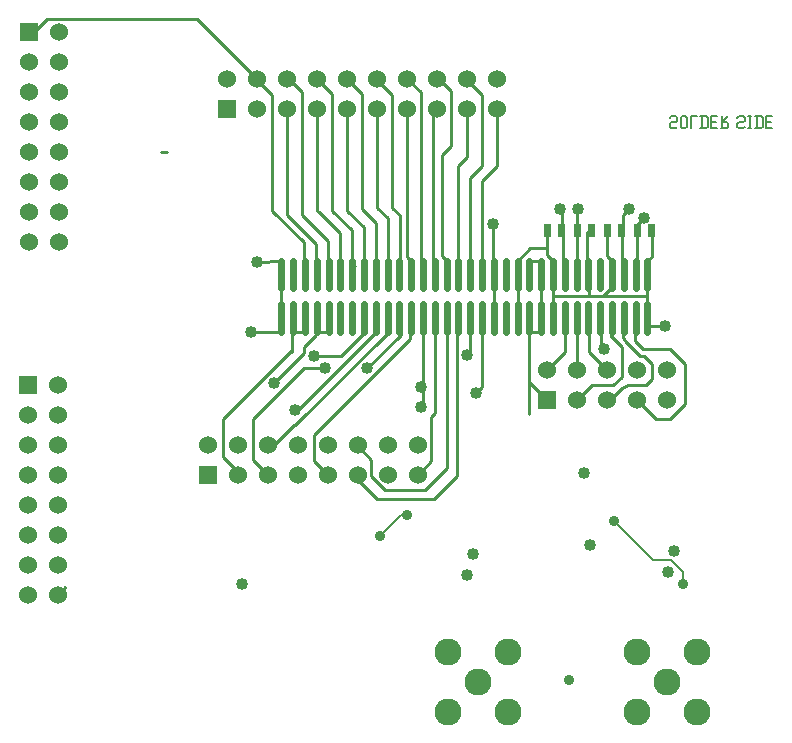
<source format=gbr>
G04 Title: RX Daughterboard, layergroup #1 *
G04 Creator: pcb-bin 1.99q *
G04 CreationDate: Thu Mar  2 20:16:18 2006 UTC *
G04 For: matt *
G04 Format: Gerber/RS-274X *
G04 PCB-Dimensions: 275000 250000 *
G04 PCB-Coordinate-Origin: lower left *
%MOIN*%
%FSLAX24Y24*%
G04 contains layers solder (0) *
%IPPOS*%
%ADD11C,0.0080*%
%ADD12C,0.0280*%
%ADD13C,0.0100*%
%ADD14C,0.0300*%
%ADD15R,0.0240X0.0240*%
%ADD16R,0.0440X0.0440*%
%ADD17R,0.0300X0.0300*%
%ADD18C,0.0060*%
%ADD19R,0.0200X0.0200*%
%ADD20R,0.0540X0.0540*%
%ADD21C,0.0200*%
%ADD22C,0.0500*%
%ADD23R,0.0500X0.0500*%
%ADD24R,0.0600X0.0600*%
%ADD25R,0.0660X0.0660*%
%ADD26R,0.0900X0.0900X0.0600X0.0600*%
%ADD27R,0.0900X0.0900*%
%ADD28C,0.0600*%
%ADD29C,0.0660*%
%AMTHERM1*7,0,0,0.0900,0.0600,0.0100,45*%
%ADD30THERM1*%
%ADD31C,0.0900X0.0600*%
%ADD32C,0.0900*%
%ADD33C,0.1200X0.0900*%
%ADD34C,0.1200*%
%ADD35C,0.0150*%
%AMTHERM2*7,0,0,0.1200,0.0900,0.0150,45*%
%ADD36THERM2*%
%ADD37C,0.0720*%
%ADD38C,0.0920X0.0720*%
%ADD39C,0.0920*%
%ADD40C,0.0240*%
%ADD41C,0.0340*%
%ADD42C,0.1320*%
%ADD43C,0.1100*%
%ADD44C,0.1520*%
%ADD45C,0.1520X0.1320*%
%ADD46C,0.0400*%
%ADD47C,0.0600X0.0400*%
%AMTHERM3*7,0,0,0.0600,0.0400,0.0100,45*%
%ADD48THERM3*%
%ADD49C,0.0360*%
%ADD50C,0.0560*%
%ADD51C,0.0560X0.0360*%
%AMTHERM4*7,0,0,0.0560,0.0360,0.0080,45*%
%ADD52THERM4*%
%LNGROUP_0*%
%LPD*%
G01X0Y0D02*
G54D11*X13500Y7400D02*X13700D01*
X12800Y6700D02*X13500Y7400D01*
G54D13*X17792Y16300D02*X18300D01*
X17373Y15881D02*X17792Y16300D01*
X17400Y13545D02*Y15100D01*
X17373Y13518D02*X17400Y13545D01*
G54D11*X20600Y7200D02*X21900Y5900D01*
G54D13*X21300Y17000D02*Y16900D01*
X21600Y17300D02*X21300Y17000D01*
X20900Y17400D02*Y16900D01*
X21100Y17600D02*X20900Y17400D01*
X18840Y17560D02*Y16900D01*
X18800Y17600D02*X18840Y17560D01*
X19360Y15899D02*Y17560D01*
X21840Y16017D02*Y16900D01*
X21704Y15881D02*X21840Y16017D01*
X21360Y15930D02*Y16900D01*
X21310Y15881D02*X21360Y15930D01*
X20840Y15957D02*Y16900D01*
X20916Y15881D02*X20840Y15957D01*
X19700Y16850D02*Y15700D01*
X19840Y16990D02*X19700Y16850D01*
X20360Y16044D02*Y16900D01*
X20522Y15881D02*X20360Y16044D01*
X19400Y17600D02*X19360Y17560D01*
X19341Y15881D02*X19360Y15899D01*
X18900Y15929D02*Y16800D01*
X18948Y15881D02*X18900Y15929D01*
X18360Y16075D02*Y16900D01*
X18554Y15881D02*X18360Y16075D01*
X18160Y15881D02*Y13518D01*
X17767D02*X18149D01*
X17767Y15881D02*X18160D01*
X12500Y9250D02*X12050Y9700D01*
X12500Y8705D02*Y9250D01*
X12955Y8250D02*X12500Y8705D01*
X14300Y8250D02*X12955D01*
X15011Y8961D02*X14300Y8250D01*
X15011Y13518D02*X15011Y8961D01*
X12000Y8650D02*Y8700D01*
X12700Y7950D02*X12000Y8650D01*
X14600Y7950D02*X12700D01*
X15350Y8700D02*X14600Y7950D01*
X15349Y13463D02*X15350Y8700D01*
X15404Y13518D02*X15350Y13444D01*
X13499Y13418D02*X13500Y13600D01*
X12350Y12300D02*X13499Y13418D01*
X10250Y12300D02*X10850D01*
X8550Y10600D02*X10250Y12300D01*
X8550Y9250D02*Y10600D01*
X9050Y8750D02*X8550Y9250D01*
X9600Y10080D03*
X12648Y13518D02*X10050Y10900D01*
X9849Y13518D02*X9893Y13500D01*
X10286Y15718D02*X10250Y15700D01*
X13799Y13280D02*X10719Y10200D01*
X10680Y15718D02*X10700Y15700D01*
X11500Y12700D02*X12255Y13492D01*
X11074Y15718D02*X11100Y15700D01*
X9269Y9750D02*X9600Y10080D01*
X11467Y15818D02*X11450Y15800D01*
X9600Y10080D02*X9919Y10400D01*
X11861Y15718D02*X11950Y15700D01*
X9969Y10400D02*X13009Y13459D01*
X12255Y15768D02*X12250Y15750D01*
X13009Y13486D02*X13043Y13500D01*
X13436Y13505D02*X13450Y13487D01*
X10719Y10200D02*X10600Y10080D01*
X12648Y15718D02*X12700Y15700D01*
X10600Y9200D02*X11050Y8750D01*
X13042Y15418D02*X13050Y15400D01*
X14224Y11084D02*X14150Y11010D01*
X13436Y15718D02*X13450Y15700D01*
G54D11*X22900Y5500D02*Y5100D01*
G54D13*X13830Y15918D02*X13800Y15900D01*
X14500Y9200D02*X14050Y8750D01*
X14223Y15868D02*X14150Y15850D01*
X15799Y12850D02*X15679Y12730D01*
X14617Y15818D02*X14600Y15800D01*
X10250Y13000D02*X10649Y13418D01*
X15011Y15918D02*X15000Y15900D01*
X16192Y13545D02*X16169Y13550D01*
X15404Y15668D02*X15400Y15650D01*
X11700Y20950D02*Y17550D01*
X15798Y15868D02*X15800Y15850D01*
X9893Y13518D02*X9850Y13500D01*
X16192Y15818D02*X16200Y15800D01*
X9850Y12900D02*Y12850D01*
X19341Y15818D02*X19300Y15800D01*
X8050Y8750D02*Y8700D01*
X18948Y15768D02*X18950Y15750D01*
X14223Y13493D02*X14224Y11084D01*
X21704Y15881D02*Y13568D01*
X8050Y8750D02*Y8700D01*
X20916Y15718D02*X20900Y15700D01*
X20350Y11250D02*X20450D01*
X14223Y13493D02*X14250Y13474D01*
X11700Y20950D02*Y21000D01*
X16192Y13518D02*X16200Y13500D01*
X16168Y13568D02*X16150Y13550D01*
X12700Y20950D02*Y20900D01*
X18948Y13518D02*X18950Y13500D01*
X19341Y13518D02*X19350Y13500D01*
X19735Y13468D02*X19750Y13450D01*
X14700Y20950D02*Y20900D01*
X20129Y13518D02*X20150Y13500D01*
X20499Y13518D02*X20523Y13500D01*
X20499Y13368D02*X20500Y13500D01*
X20916Y13518D02*X20900Y13500D01*
X21310Y13518D02*X21300Y13500D01*
X21310Y15868D02*X21300Y15850D01*
X14550Y20950D02*X14700D01*
X5500Y19500D02*X5700D01*
X19749Y14957D02*X19750Y14700D01*
X21700D01*
X14150Y11010D03*
X16585Y15881D02*X16550Y15898D01*
X10649Y13518D02*X11049D01*
X10649Y13418D02*X10650Y13500D01*
X16192Y11660D02*X16069Y11536D01*
X16192Y13518D02*X16192Y11660D01*
X18554Y14971D02*Y14118D01*
X15798Y13518D02*X15799Y12850D01*
X18550Y14700D02*X20217D01*
X14500Y10691D02*Y9200D01*
Y10691D02*X14618Y10810D01*
X14617Y13518D02*X14618Y10810D01*
X20217Y14700D02*X20522Y15025D01*
X14149Y11009D02*X14150Y11010D01*
X14550Y20750D02*Y20950D01*
X8700Y21950D02*X6700Y23950D01*
X10600Y10080D02*Y9200D01*
X6700Y23950D02*X1700D01*
X13799Y13488D02*X13799Y13280D01*
X13799Y13488D02*X13830Y13500D01*
X1700Y23950D02*X1200Y23450D01*
X16700Y20950D02*Y20900D01*
X9919Y10400D02*X9969D01*
X1200Y23450D02*X1100D01*
X9050Y9750D02*X9269D01*
X10286Y13518D02*X10300Y13500D01*
X10600Y12700D02*X11500D01*
X8050Y8850D02*Y8750D01*
X7550Y9350D02*X8050Y8850D01*
X7550Y10600D02*Y9350D01*
X9850Y12900D02*X7550Y10600D01*
X9499Y15881D02*X9487Y15850D01*
X13436Y13518D02*X13450Y13487D01*
X9849Y13518D02*X9850Y12900D01*
X10299Y13518D02*X9893D01*
X16700Y19050D02*Y20900D01*
X16200Y18550D02*X16700Y19050D01*
X16199Y15818D02*X16200Y18550D01*
X15800Y18650D02*X15799Y15868D01*
X16200Y19050D02*X15800Y18650D01*
X16200Y21400D02*Y19050D01*
X15700Y21900D02*X16200Y21400D01*
X15700Y21950D02*Y21900D01*
X15400Y19050D02*X15399Y15668D01*
X15700Y19350D02*X15400Y19050D01*
X15700Y20950D02*Y19350D01*
X14850Y16050D02*X14999Y15918D01*
X14850Y19400D02*Y16050D01*
X15150Y19700D02*X14850Y19400D01*
X15150Y21550D02*Y19700D01*
X14750Y21950D02*X15150Y21550D01*
X14700Y21950D02*X14750D01*
X14549Y15818D02*X14600Y15800D01*
X14550Y20750D02*X14549Y15818D01*
X14700Y20900D02*X14550Y20750D01*
X14150Y21500D02*X14149Y15868D01*
X13700Y21950D02*X14150Y21500D01*
X13699Y16018D02*X13800Y15900D01*
X13700Y20950D02*X13699Y16018D01*
X13499Y15718D02*X13450Y15700D01*
X13449Y15768D02*X13500Y15700D01*
X13450Y17400D02*X13449Y15768D01*
X13200Y17650D02*X13450Y17400D01*
X13200Y21400D02*Y17650D01*
X12700Y21900D02*X13200Y21400D01*
X12700Y21950D02*Y21900D01*
X13050Y17300D02*X13049Y15418D01*
X12700Y17650D02*X13050Y17300D01*
X12700Y20900D02*Y17650D01*
X12649Y15768D02*X12700Y15700D01*
X12650Y17150D02*X12649Y15768D01*
X12200Y17600D02*X12650Y17150D01*
X12200Y21450D02*Y17600D01*
X11700Y21950D02*X12200Y21450D01*
X12250Y17000D02*X12249Y15768D01*
X11700Y17550D02*X12250Y17000D01*
X11700Y21000D02*Y20950D01*
X11849Y15818D02*X11950Y15700D01*
X11850Y16900D02*X11849Y15818D01*
X11200Y17550D02*X11850Y16900D01*
X11200Y21450D02*Y17550D01*
X10700Y21950D02*X11200Y21450D01*
X11450Y16800D02*X11449Y15818D01*
X10750Y17500D02*X11450Y16800D01*
X10700Y17550D02*X10750Y17500D01*
X10700Y20950D02*Y17550D01*
X11049Y15768D02*X11100Y15700D01*
X11050Y16550D02*X11049Y15768D01*
X10200Y17400D02*X11050Y16550D01*
X10200Y21500D02*Y17400D01*
X9750Y21950D02*X10200Y21500D01*
X9700Y21950D02*X9750D01*
X10649Y15768D02*X10700Y15700D01*
X10650Y16450D02*X10649Y15768D01*
X9700Y17400D02*X10650Y16450D01*
X9700Y20950D02*Y17400D01*
X10250Y16500D02*X10249Y15718D01*
X9200Y17550D02*X10250Y16500D01*
X9200Y21400D02*Y17550D01*
X8700Y21900D02*X9200Y21400D01*
X8700Y21950D02*Y21900D01*
X20850Y11650D02*X20450Y11250D01*
X21050Y11750D02*X20850Y11650D01*
X20150Y13050D02*X20250Y12950D01*
X21650Y11750D02*X21050D01*
X21850Y11950D02*X21650Y11750D01*
X21850Y12450D02*Y11950D01*
X21600Y12700D02*X21850Y12450D01*
X21450Y12700D02*X21600D01*
X20950Y13200D02*X21450Y12700D01*
X20950Y13250D02*Y13200D01*
X20900Y13300D02*X20950Y13250D01*
X20899Y13518D02*X20900Y13300D01*
X19850Y11750D02*X19350Y11250D01*
X20550Y11750D02*X19850D01*
X20850Y12000D02*X20550Y11750D01*
X20850Y13000D02*Y12000D01*
X20149Y13518D02*X20150Y13050D01*
X20499Y13368D02*X20850Y13000D01*
X20499Y13518D02*X20500Y13350D01*
X22000Y10600D02*X21350Y11250D01*
X22450Y10600D02*X22000D01*
X22950Y11100D02*X22450Y10600D01*
X22950Y12450D02*Y11100D01*
X22450Y12950D02*X22950Y12450D01*
X21550Y12950D02*X22450D01*
X21300Y13200D02*X21550Y12950D01*
X21299Y13518D02*X21300Y13250D01*
X19750Y12850D02*X20350Y12250D01*
X19749Y13468D02*X19750Y12850D01*
X19349Y13518D02*X19350Y12250D01*
X18950Y12850D02*X18350Y12250D01*
X18949Y13518D02*X18950Y12850D01*
X9499Y15881D02*Y13518D01*
X10250Y12800D02*Y13000D01*
X17767Y13518D02*X17767Y10782D01*
X18350Y11250D02*X17750Y11850D01*
X9250Y11800D02*X10250Y12800D01*
X7300Y8750D02*X7100D01*
X10719Y10200D03*
X17750Y11850D02*Y11950D01*
X14223Y13518D02*X14250Y13474D01*
X16199Y13518D02*X16150Y13550D01*
X9499Y13518D02*X8500Y13500D01*
G54D11*X21900Y5900D02*X22500D01*
G54D13*X16585Y13518D02*Y15868D01*
X14050Y8750D03*
X2050Y4750D02*X2300Y5000D01*
X15679Y12730D03*
X9487Y15868D02*X8700Y15850D01*
X13042Y13518D02*X13043Y13500D01*
G54D11*X22500Y5900D02*X22900Y5500D01*
G54D13*X16549Y15917D02*X16550Y17050D01*
X22300Y13700D02*X21704Y13718D01*
X14149Y11009D03*
X19735Y14971D02*X19750Y14938D01*
G04 Text: SOLDER SIDE *
G54D11*X22650Y20300D02*X22700Y20350D01*
X22500Y20300D02*X22650D01*
X22450Y20350D02*X22500Y20300D01*
X22450Y20350D02*Y20450D01*
X22500Y20500D01*
X22650D01*
X22700Y20550D01*
Y20650D01*
X22650Y20700D02*X22700Y20650D01*
X22500Y20700D02*X22650D01*
X22450Y20650D02*X22500Y20700D01*
X22820Y20350D02*Y20650D01*
Y20350D02*X22870Y20300D01*
X22970D01*
X23020Y20350D01*
Y20650D01*
X22970Y20700D02*X23020Y20650D01*
X22870Y20700D02*X22970D01*
X22820Y20650D02*X22870Y20700D01*
X23140Y20300D02*Y20700D01*
X23340D01*
X23510Y20300D02*Y20700D01*
X23660Y20300D02*X23710Y20350D01*
Y20650D01*
X23660Y20700D02*X23710Y20650D01*
X23460Y20700D02*X23660D01*
X23460Y20300D02*X23660D01*
X23830Y20500D02*X23980D01*
X23830Y20700D02*X24030D01*
X23830Y20300D02*Y20700D01*
Y20300D02*X24030D01*
X24150D02*X24350D01*
X24400Y20350D01*
Y20450D01*
X24350Y20500D02*X24400Y20450D01*
X24200Y20500D02*X24350D01*
X24200Y20300D02*Y20700D01*
Y20500D02*X24400Y20700D01*
X24900Y20300D02*X24950Y20350D01*
X24750Y20300D02*X24900D01*
X24700Y20350D02*X24750Y20300D01*
X24700Y20350D02*Y20450D01*
X24750Y20500D01*
X24900D01*
X24950Y20550D01*
Y20650D01*
X24900Y20700D02*X24950Y20650D01*
X24750Y20700D02*X24900D01*
X24700Y20650D02*X24750Y20700D01*
X25070Y20300D02*X25170D01*
X25120D02*Y20700D01*
X25070D02*X25170D01*
X25340Y20300D02*Y20700D01*
X25490Y20300D02*X25540Y20350D01*
Y20650D01*
X25490Y20700D02*X25540Y20650D01*
X25290Y20700D02*X25490D01*
X25290Y20300D02*X25490D01*
X25660Y20500D02*X25810D01*
X25660Y20700D02*X25860D01*
X25660Y20300D02*Y20700D01*
Y20300D02*X25860D01*
G54D24*X1100Y23500D03*
G54D28*X2100D03*
X1100Y22500D03*
X2100D03*
X1100Y21500D03*
X2100D03*
X1100Y20500D03*
X2100D03*
X1100Y19500D03*
X2100D03*
X1100Y18500D03*
X2100D03*
X1100Y17500D03*
X2100D03*
X1100Y16500D03*
X2100D03*
G54D24*X1050Y11750D03*
G54D28*X2050D03*
X1050Y10750D03*
X2050D03*
X1050Y9750D03*
X2050D03*
X1050Y8750D03*
X2050D03*
X1050Y7750D03*
X2050D03*
X1050Y6750D03*
X2050D03*
X1050Y5750D03*
X2050D03*
X1050Y4750D03*
X2050D03*
G54D24*X7050Y8750D03*
G54D28*Y9750D03*
X8050Y8750D03*
Y9750D03*
X9050Y8750D03*
Y9750D03*
X10050Y8750D03*
Y9750D03*
X11050Y8750D03*
Y9750D03*
X12050Y8750D03*
Y9750D03*
X13050Y8750D03*
Y9750D03*
X14050Y8750D03*
Y9750D03*
G54D32*X22350Y1850D03*
X21350Y2850D03*
X23350D03*
X21350Y850D03*
X23350D03*
X16050Y1850D03*
X15050Y2850D03*
X17050D03*
X15050Y850D03*
X17050D03*
G54D24*X18350Y11250D03*
G54D28*Y12250D03*
X19350Y11250D03*
Y12250D03*
X20350Y11250D03*
Y12250D03*
X21350Y11250D03*
Y12250D03*
X22350Y11250D03*
Y12250D03*
G54D24*X7700Y20950D03*
G54D28*Y21950D03*
X8700Y20950D03*
Y21950D03*
X9700Y20950D03*
Y21950D03*
X10700Y20950D03*
Y21950D03*
X11700Y20950D03*
Y21950D03*
X12700Y20950D03*
Y21950D03*
X13700Y20950D03*
Y21950D03*
X14700Y20950D03*
Y21950D03*
X15700Y20950D03*
Y21950D03*
X16700Y20950D03*
Y21950D03*
G54D46*X9250Y11800D03*
X8200Y5100D03*
X22300Y13700D03*
X14149Y11660D03*
X8500Y13500D03*
X20250Y12950D03*
X10600Y12700D03*
X14149Y11009D03*
X16550Y17100D03*
X15679Y12730D03*
X15990Y11460D03*
X12350Y12300D03*
X9950Y10900D03*
X10950Y12300D03*
X8700Y15850D03*
X18800Y17600D03*
X19400D03*
X21100D03*
X21600Y17300D03*
X19600Y8800D03*
X22400Y5500D03*
X15700Y5400D03*
X15900Y6100D03*
X22600Y6200D03*
X19800Y6400D03*
G54D49*X20600Y7200D03*
X22900Y5100D03*
X12800Y6700D03*
X13700Y7400D03*
X19100Y1900D03*
G54D15*X19360Y16990D02*Y16810D01*
X19840Y16990D02*Y16810D01*
X18840Y16990D02*Y16810D01*
X18360Y16990D02*Y16810D01*
X20840Y16990D02*Y16810D01*
X20360Y16990D02*Y16810D01*
X21360Y16990D02*Y16810D01*
X21840Y16990D02*Y16810D01*
G54D40*X9499Y14428D02*Y13518D01*
X21704Y15881D02*Y14971D01*
X10286Y14428D02*Y13518D01*
X9893Y14428D02*Y13518D01*
X10680Y14428D02*Y13518D01*
X9499Y15881D02*Y14971D01*
X11074Y14428D02*Y13518D01*
X10286Y15881D02*Y14971D01*
X11467Y14428D02*Y13518D01*
X10680Y15881D02*Y14971D01*
X11861Y14428D02*Y13518D01*
X11074Y15881D02*Y14971D01*
X12255Y14428D02*Y13518D01*
X11467Y15881D02*Y14971D01*
X12648Y14428D02*Y13518D01*
X11861Y15881D02*Y14971D01*
X13042Y14428D02*Y13518D01*
X12255Y15881D02*Y14971D01*
X13436Y14428D02*Y13518D01*
X12648Y15881D02*Y14971D01*
X13042Y15881D02*Y14971D01*
X13436Y15881D02*Y14971D01*
X13830Y15881D02*Y14971D01*
X14223Y15881D02*Y14971D01*
X14617Y15881D02*Y14971D01*
X15011Y15881D02*Y14971D01*
X15404Y15881D02*Y14971D01*
X15798Y15881D02*Y14971D01*
X16192Y15881D02*Y14971D01*
X16585Y15881D02*Y14971D01*
X16979Y15881D02*Y14971D01*
X17373Y15881D02*Y14971D01*
X17767Y15881D02*Y14971D01*
X18160Y15881D02*Y14971D01*
X18554Y15881D02*Y14971D01*
X19341Y15881D02*Y14971D01*
X18948Y15881D02*Y14971D01*
X19735Y15881D02*Y14971D01*
X20129Y15881D02*Y14971D01*
X20522Y15881D02*Y14971D01*
X20916Y15881D02*Y14971D01*
X9893Y15881D02*Y14971D01*
X13830Y14428D02*Y13518D01*
X14223Y14428D02*Y13518D01*
X14617Y14428D02*Y13518D01*
X15011Y14428D02*Y13518D01*
X15404Y14428D02*Y13518D01*
X15798Y14428D02*Y13518D01*
X16192Y14428D02*Y13518D01*
X16585Y14428D02*Y13518D01*
X16979Y14428D02*Y13518D01*
X17373Y14428D02*Y13518D01*
X17767Y14428D02*Y13518D01*
X18160Y14428D02*Y13518D01*
X18554Y14428D02*Y13518D01*
X18948Y14428D02*Y13518D01*
X19341Y14428D02*Y13518D01*
X19735Y14428D02*Y13518D01*
X20129Y14428D02*Y13518D01*
X20522Y14428D02*Y13518D01*
X20916Y14428D02*Y13518D01*
X21310Y14428D02*Y13518D01*
X21704Y14428D02*Y13518D01*
X21310Y15881D02*Y14971D01*
M02*

</source>
